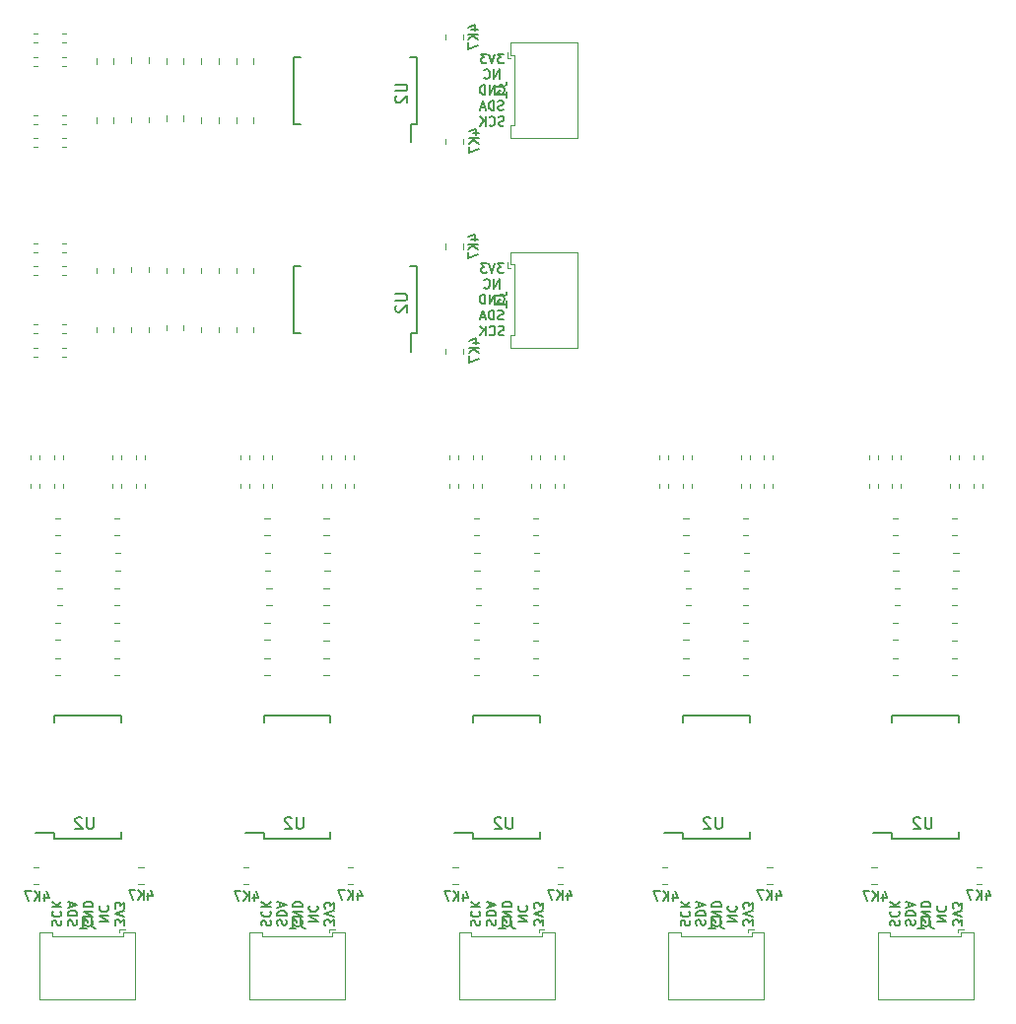
<source format=gbo>
%MOIN*%
%OFA0B0*%
%FSLAX46Y46*%
%IPPOS*%
%LPD*%
%ADD10C,0.005905511811023622*%
%ADD11C,0.0047244094488188976*%
%ADD22C,0.005905511811023622*%
%ADD23C,0.0047244094488188976*%
%ADD24C,0.005905511811023622*%
%ADD25C,0.0047244094488188976*%
%ADD26C,0.005905511811023622*%
%ADD27C,0.0047244094488188976*%
%ADD28C,0.005905511811023622*%
%ADD29C,0.0047244094488188976*%
%ADD30C,0.005905511811023622*%
%ADD31C,0.0047244094488188976*%
%ADD32C,0.005905511811023622*%
%ADD33C,0.0047244094488188976*%
G01*
D10*
X0000418822Y0000266122D02*
X0000418822Y0000285620D01*
X0000406824Y0000275121D01*
X0000406824Y0000279621D01*
X0000405324Y0000282620D01*
X0000403824Y0000284120D01*
X0000400824Y0000285620D01*
X0000393325Y0000285620D01*
X0000390326Y0000284120D01*
X0000388826Y0000282620D01*
X0000387326Y0000279621D01*
X0000387326Y0000270622D01*
X0000388826Y0000267622D01*
X0000390326Y0000266122D01*
X0000418822Y0000294619D02*
X0000387326Y0000305118D01*
X0000418822Y0000315616D01*
X0000418822Y0000323115D02*
X0000418822Y0000342613D01*
X0000406824Y0000332114D01*
X0000406824Y0000336614D01*
X0000405324Y0000339613D01*
X0000403824Y0000341113D01*
X0000400824Y0000342613D01*
X0000393325Y0000342613D01*
X0000390326Y0000341113D01*
X0000388826Y0000339613D01*
X0000387326Y0000336614D01*
X0000387326Y0000327615D01*
X0000388826Y0000324615D01*
X0000390326Y0000323115D01*
X0000334176Y0000280371D02*
X0000365672Y0000280371D01*
X0000334176Y0000298368D01*
X0000365672Y0000298368D01*
X0000337176Y0000331364D02*
X0000335676Y0000329865D01*
X0000334176Y0000325365D01*
X0000334176Y0000322365D01*
X0000335676Y0000317866D01*
X0000338676Y0000314866D01*
X0000341676Y0000313367D01*
X0000347675Y0000311867D01*
X0000352174Y0000311867D01*
X0000358173Y0000313367D01*
X0000361173Y0000314866D01*
X0000364173Y0000317866D01*
X0000365672Y0000322365D01*
X0000365672Y0000325365D01*
X0000364173Y0000329865D01*
X0000362673Y0000331364D01*
X0000311023Y0000281121D02*
X0000312523Y0000278121D01*
X0000312523Y0000273622D01*
X0000311023Y0000269122D01*
X0000308023Y0000266122D01*
X0000305024Y0000264623D01*
X0000299025Y0000263123D01*
X0000294525Y0000263123D01*
X0000288526Y0000264623D01*
X0000285526Y0000266122D01*
X0000282527Y0000269122D01*
X0000281027Y0000273622D01*
X0000281027Y0000276621D01*
X0000282527Y0000281121D01*
X0000284026Y0000282620D01*
X0000294525Y0000282620D01*
X0000294525Y0000276621D01*
X0000281027Y0000296119D02*
X0000312523Y0000296119D01*
X0000281027Y0000314117D01*
X0000312523Y0000314117D01*
X0000281027Y0000329115D02*
X0000312523Y0000329115D01*
X0000312523Y0000336614D01*
X0000311023Y0000341113D01*
X0000308023Y0000344113D01*
X0000305024Y0000345613D01*
X0000299025Y0000347112D01*
X0000294525Y0000347112D01*
X0000288526Y0000345613D01*
X0000285526Y0000344113D01*
X0000282527Y0000341113D01*
X0000281027Y0000336614D01*
X0000281027Y0000329115D01*
X0000229377Y0000266872D02*
X0000227877Y0000271372D01*
X0000227877Y0000278871D01*
X0000229377Y0000281871D01*
X0000230877Y0000283370D01*
X0000233876Y0000284870D01*
X0000236876Y0000284870D01*
X0000239876Y0000283370D01*
X0000241376Y0000281871D01*
X0000242875Y0000278871D01*
X0000244375Y0000272872D01*
X0000245875Y0000269872D01*
X0000247375Y0000268372D01*
X0000250374Y0000266872D01*
X0000253374Y0000266872D01*
X0000256374Y0000268372D01*
X0000257874Y0000269872D01*
X0000259373Y0000272872D01*
X0000259373Y0000280371D01*
X0000257874Y0000284870D01*
X0000227877Y0000298368D02*
X0000259373Y0000298368D01*
X0000259373Y0000305867D01*
X0000257874Y0000310367D01*
X0000254874Y0000313367D01*
X0000251874Y0000314866D01*
X0000245875Y0000316366D01*
X0000241376Y0000316366D01*
X0000235376Y0000314866D01*
X0000232377Y0000313367D01*
X0000229377Y0000310367D01*
X0000227877Y0000305867D01*
X0000227877Y0000298368D01*
X0000236876Y0000328365D02*
X0000236876Y0000343363D01*
X0000227877Y0000325365D02*
X0000259373Y0000335864D01*
X0000227877Y0000346362D01*
X0000176227Y0000264623D02*
X0000174728Y0000269122D01*
X0000174728Y0000276621D01*
X0000176227Y0000279621D01*
X0000177727Y0000281121D01*
X0000180727Y0000282620D01*
X0000183726Y0000282620D01*
X0000186726Y0000281121D01*
X0000188226Y0000279621D01*
X0000189726Y0000276621D01*
X0000191226Y0000270622D01*
X0000192725Y0000267622D01*
X0000194225Y0000266122D01*
X0000197225Y0000264623D01*
X0000200224Y0000264623D01*
X0000203224Y0000266122D01*
X0000204724Y0000267622D01*
X0000206224Y0000270622D01*
X0000206224Y0000278121D01*
X0000204724Y0000282620D01*
X0000177727Y0000314117D02*
X0000176227Y0000312617D01*
X0000174728Y0000308117D01*
X0000174728Y0000305118D01*
X0000176227Y0000300618D01*
X0000179227Y0000297619D01*
X0000182227Y0000296119D01*
X0000188226Y0000294619D01*
X0000192725Y0000294619D01*
X0000198725Y0000296119D01*
X0000201724Y0000297619D01*
X0000204724Y0000300618D01*
X0000206224Y0000305118D01*
X0000206224Y0000308117D01*
X0000204724Y0000312617D01*
X0000203224Y0000314117D01*
X0000174728Y0000327615D02*
X0000206224Y0000327615D01*
X0000174728Y0000345613D02*
X0000192725Y0000332114D01*
X0000206224Y0000345613D02*
X0000188226Y0000327615D01*
D11*
X0000133464Y0000017322D02*
X0000295275Y0000017322D01*
X0000133464Y0000242519D02*
X0000133464Y0000017322D01*
X0000175590Y0000242519D02*
X0000133464Y0000242519D01*
X0000175590Y0000230708D02*
X0000175590Y0000242519D01*
X0000295275Y0000230708D02*
X0000175590Y0000230708D01*
X0000457086Y0000017322D02*
X0000295275Y0000017322D01*
X0000457086Y0000242519D02*
X0000457086Y0000017322D01*
X0000414960Y0000242519D02*
X0000457086Y0000242519D01*
X0000414960Y0000230708D02*
X0000414960Y0000242519D01*
X0000295275Y0000230708D02*
X0000414960Y0000230708D01*
X0000403543Y0000253937D02*
X0000423228Y0000253937D01*
X0000403543Y0000242125D02*
X0000403543Y0000253937D01*
X0000112615Y0000462007D02*
X0000130494Y0000462007D01*
X0000112615Y0000404133D02*
X0000130494Y0000404133D01*
X0000484825Y0000404133D02*
X0000466946Y0000404133D01*
X0000484825Y0000462007D02*
X0000466946Y0000462007D01*
D10*
X0000182086Y0000558070D02*
X0000182086Y0000580708D01*
X0000408464Y0000558070D02*
X0000408464Y0000583661D01*
X0000408464Y0000977362D02*
X0000408464Y0000951771D01*
X0000182086Y0000977362D02*
X0000182086Y0000951771D01*
X0000182086Y0000558070D02*
X0000408464Y0000558070D01*
X0000182086Y0000977362D02*
X0000408464Y0000977362D01*
X0000182086Y0000580708D02*
X0000119094Y0000580708D01*
D11*
X0000487401Y0001745369D02*
X0000487401Y0001758567D01*
X0000457480Y0001745369D02*
X0000457480Y0001758567D01*
X0000211810Y0001745369D02*
X0000211810Y0001758567D01*
X0000181889Y0001745369D02*
X0000181889Y0001758567D01*
X0000408661Y0001843794D02*
X0000408661Y0001856992D01*
X0000378740Y0001843794D02*
X0000378740Y0001856992D01*
X0000211810Y0001843794D02*
X0000211810Y0001856992D01*
X0000181889Y0001843794D02*
X0000181889Y0001856992D01*
X0000384761Y0001112795D02*
X0000402640Y0001112795D01*
X0000384761Y0001170669D02*
X0000402640Y0001170669D01*
X0000202345Y0001170669D02*
X0000184465Y0001170669D01*
X0000202345Y0001112795D02*
X0000184465Y0001112795D01*
X0000384761Y0001230708D02*
X0000402640Y0001230708D01*
X0000384761Y0001288582D02*
X0000402640Y0001288582D01*
X0000202345Y0001288779D02*
X0000184465Y0001288779D01*
X0000202345Y0001230905D02*
X0000184465Y0001230905D01*
X0000384761Y0001349015D02*
X0000402640Y0001349015D01*
X0000384761Y0001406889D02*
X0000402640Y0001406889D01*
X0000209234Y0001406889D02*
X0000191355Y0001406889D01*
X0000209234Y0001349015D02*
X0000191355Y0001349015D01*
X0000388206Y0001467125D02*
X0000406085Y0001467125D01*
X0000388206Y0001525000D02*
X0000406085Y0001525000D01*
X0000203561Y0001524765D02*
X0000185682Y0001524765D01*
X0000203561Y0001466891D02*
X0000185682Y0001466891D01*
X0000384761Y0001585236D02*
X0000402640Y0001585236D01*
X0000384761Y0001643110D02*
X0000402640Y0001643110D01*
X0000202345Y0001643110D02*
X0000184465Y0001643110D01*
X0000202345Y0001585236D02*
X0000184465Y0001585236D01*
X0000408661Y0001745369D02*
X0000408661Y0001758567D01*
X0000378740Y0001745369D02*
X0000378740Y0001758567D01*
X0000133070Y0001745369D02*
X0000133070Y0001758567D01*
X0000103149Y0001745369D02*
X0000103149Y0001758567D01*
X0000487401Y0001843794D02*
X0000487401Y0001856992D01*
X0000457480Y0001843794D02*
X0000457480Y0001856992D01*
X0000133070Y0001843794D02*
X0000133070Y0001856992D01*
X0000103149Y0001843794D02*
X0000103149Y0001856992D01*
D10*
X0000308398Y0000295181D02*
X0000308398Y0000267060D01*
X0000310273Y0000261436D01*
X0000314023Y0000257686D01*
X0000319647Y0000255811D01*
X0000323397Y0000255811D01*
X0000269028Y0000255811D02*
X0000291526Y0000255811D01*
X0000280277Y0000255811D02*
X0000280277Y0000295181D01*
X0000284026Y0000289557D01*
X0000287776Y0000285807D01*
X0000291526Y0000283933D01*
X0000149746Y0000370922D02*
X0000149746Y0000349925D01*
X0000157245Y0000382920D02*
X0000164745Y0000360423D01*
X0000145247Y0000360423D01*
X0000133248Y0000349925D02*
X0000133248Y0000381421D01*
X0000115251Y0000349925D02*
X0000128749Y0000367922D01*
X0000115251Y0000381421D02*
X0000133248Y0000363423D01*
X0000104752Y0000381421D02*
X0000083755Y0000381421D01*
X0000097253Y0000349925D01*
X0000500632Y0000374859D02*
X0000500632Y0000353862D01*
X0000508131Y0000386857D02*
X0000515630Y0000364360D01*
X0000496133Y0000364360D01*
X0000484134Y0000353862D02*
X0000484134Y0000385358D01*
X0000466136Y0000353862D02*
X0000479635Y0000371859D01*
X0000466136Y0000385358D02*
X0000484134Y0000367360D01*
X0000455638Y0000385358D02*
X0000434640Y0000385358D01*
X0000448139Y0000353862D01*
X0000315429Y0000631796D02*
X0000315429Y0000599925D01*
X0000313554Y0000596175D01*
X0000311679Y0000594300D01*
X0000307930Y0000592425D01*
X0000300431Y0000592425D01*
X0000296681Y0000594300D01*
X0000294806Y0000596175D01*
X0000292932Y0000599925D01*
X0000292932Y0000631796D01*
X0000276059Y0000628046D02*
X0000274184Y0000629921D01*
X0000270434Y0000631796D01*
X0000261061Y0000631796D01*
X0000257311Y0000629921D01*
X0000255436Y0000628046D01*
X0000253562Y0000624296D01*
X0000253562Y0000620547D01*
X0000255436Y0000614923D01*
X0000277933Y0000592425D01*
X0000253562Y0000592425D01*
G04 next file*
G04 #@! TF.GenerationSoftware,KiCad,Pcbnew,(5.1.10)-1*
G04 #@! TF.CreationDate,2021-09-22T20:54:56-07:00*
G04 #@! TF.ProjectId,project,70726f6a-6563-4742-9e6b-696361645f70,rev?*
G04 #@! TF.SameCoordinates,Original*
G04 #@! TF.FileFunction,Legend,Bot*
G04 #@! TF.FilePolarity,Positive*
G04 Gerber Fmt 4.6, Leading zero omitted, Abs format (unit mm)*
G04 Created by KiCad (PCBNEW (5.1.10)-1) date 2021-09-22 20:54:56*
G01*
G04 APERTURE LIST*
G04 APERTURE END LIST*
D22*
X0001702380Y0002505436D02*
X0001682883Y0002505436D01*
X0001693382Y0002493438D01*
X0001688882Y0002493438D01*
X0001685882Y0002491938D01*
X0001684383Y0002490438D01*
X0001682883Y0002487439D01*
X0001682883Y0002479940D01*
X0001684383Y0002476940D01*
X0001685882Y0002475440D01*
X0001688882Y0002473940D01*
X0001697881Y0002473940D01*
X0001700881Y0002475440D01*
X0001702380Y0002476940D01*
X0001673884Y0002505436D02*
X0001663385Y0002473940D01*
X0001652887Y0002505436D01*
X0001645388Y0002505436D02*
X0001625890Y0002505436D01*
X0001636389Y0002493438D01*
X0001631889Y0002493438D01*
X0001628890Y0002491938D01*
X0001627390Y0002490438D01*
X0001625890Y0002487439D01*
X0001625890Y0002479940D01*
X0001627390Y0002476940D01*
X0001628890Y0002475440D01*
X0001631889Y0002473940D01*
X0001640888Y0002473940D01*
X0001643888Y0002475440D01*
X0001645388Y0002476940D01*
X0001688132Y0002420791D02*
X0001688132Y0002452287D01*
X0001670134Y0002420791D01*
X0001670134Y0002452287D01*
X0001637139Y0002423790D02*
X0001638638Y0002422290D01*
X0001643138Y0002420791D01*
X0001646137Y0002420791D01*
X0001650637Y0002422290D01*
X0001653637Y0002425290D01*
X0001655136Y0002428290D01*
X0001656636Y0002434289D01*
X0001656636Y0002438788D01*
X0001655136Y0002444788D01*
X0001653637Y0002447787D01*
X0001650637Y0002450787D01*
X0001646137Y0002452287D01*
X0001643138Y0002452287D01*
X0001638638Y0002450787D01*
X0001637139Y0002449287D01*
X0001687382Y0002397637D02*
X0001690382Y0002399137D01*
X0001694881Y0002399137D01*
X0001699381Y0002397637D01*
X0001702380Y0002394638D01*
X0001703880Y0002391638D01*
X0001705380Y0002385639D01*
X0001705380Y0002381139D01*
X0001703880Y0002375140D01*
X0001702380Y0002372140D01*
X0001699381Y0002369141D01*
X0001694881Y0002367641D01*
X0001691882Y0002367641D01*
X0001687382Y0002369141D01*
X0001685882Y0002370641D01*
X0001685882Y0002381139D01*
X0001691882Y0002381139D01*
X0001672384Y0002367641D02*
X0001672384Y0002399137D01*
X0001654386Y0002367641D01*
X0001654386Y0002399137D01*
X0001639388Y0002367641D02*
X0001639388Y0002399137D01*
X0001631889Y0002399137D01*
X0001627390Y0002397637D01*
X0001624390Y0002394638D01*
X0001622890Y0002391638D01*
X0001621391Y0002385639D01*
X0001621391Y0002381139D01*
X0001622890Y0002375140D01*
X0001624390Y0002372140D01*
X0001627390Y0002369141D01*
X0001631889Y0002367641D01*
X0001639388Y0002367641D01*
X0001701631Y0002315991D02*
X0001697131Y0002314491D01*
X0001689632Y0002314491D01*
X0001686632Y0002315991D01*
X0001685133Y0002317491D01*
X0001683633Y0002320491D01*
X0001683633Y0002323490D01*
X0001685133Y0002326490D01*
X0001686632Y0002327990D01*
X0001689632Y0002329490D01*
X0001695631Y0002330989D01*
X0001698631Y0002332489D01*
X0001700131Y0002333989D01*
X0001701631Y0002336989D01*
X0001701631Y0002339988D01*
X0001700131Y0002342988D01*
X0001698631Y0002344488D01*
X0001695631Y0002345987D01*
X0001688132Y0002345987D01*
X0001683633Y0002344488D01*
X0001670134Y0002314491D02*
X0001670134Y0002345987D01*
X0001662635Y0002345987D01*
X0001658136Y0002344488D01*
X0001655136Y0002341488D01*
X0001653637Y0002338488D01*
X0001652137Y0002332489D01*
X0001652137Y0002327990D01*
X0001653637Y0002321990D01*
X0001655136Y0002318991D01*
X0001658136Y0002315991D01*
X0001662635Y0002314491D01*
X0001670134Y0002314491D01*
X0001640138Y0002323490D02*
X0001625140Y0002323490D01*
X0001643138Y0002314491D02*
X0001632639Y0002345987D01*
X0001622140Y0002314491D01*
X0001703880Y0002262842D02*
X0001699381Y0002261342D01*
X0001691882Y0002261342D01*
X0001688882Y0002262842D01*
X0001687382Y0002264341D01*
X0001685882Y0002267341D01*
X0001685882Y0002270341D01*
X0001687382Y0002273340D01*
X0001688882Y0002274840D01*
X0001691882Y0002276340D01*
X0001697881Y0002277840D01*
X0001700881Y0002279340D01*
X0001702380Y0002280839D01*
X0001703880Y0002283839D01*
X0001703880Y0002286839D01*
X0001702380Y0002289838D01*
X0001700881Y0002291338D01*
X0001697881Y0002292838D01*
X0001690382Y0002292838D01*
X0001685882Y0002291338D01*
X0001654386Y0002264341D02*
X0001655886Y0002262842D01*
X0001660386Y0002261342D01*
X0001663385Y0002261342D01*
X0001667885Y0002262842D01*
X0001670884Y0002265841D01*
X0001672384Y0002268841D01*
X0001673884Y0002274840D01*
X0001673884Y0002279340D01*
X0001672384Y0002285339D01*
X0001670884Y0002288338D01*
X0001667885Y0002291338D01*
X0001663385Y0002292838D01*
X0001660386Y0002292838D01*
X0001655886Y0002291338D01*
X0001654386Y0002289838D01*
X0001640888Y0002261342D02*
X0001640888Y0002292838D01*
X0001622890Y0002261342D02*
X0001636389Y0002279340D01*
X0001622890Y0002292838D02*
X0001640888Y0002274840D01*
D23*
X0001951181Y0002220078D02*
X0001951181Y0002381889D01*
X0001725984Y0002220078D02*
X0001951181Y0002220078D01*
X0001725984Y0002262204D02*
X0001725984Y0002220078D01*
X0001737795Y0002262204D02*
X0001725984Y0002262204D01*
X0001737795Y0002381889D02*
X0001737795Y0002262204D01*
X0001951181Y0002543700D02*
X0001951181Y0002381889D01*
X0001725984Y0002543700D02*
X0001951181Y0002543700D01*
X0001725984Y0002501574D02*
X0001725984Y0002543700D01*
X0001737795Y0002501574D02*
X0001725984Y0002501574D01*
X0001737795Y0002381889D02*
X0001737795Y0002501574D01*
X0001714566Y0002490157D02*
X0001714566Y0002509842D01*
X0001726377Y0002490157D02*
X0001714566Y0002490157D01*
X0001506496Y0002199229D02*
X0001506496Y0002217108D01*
X0001564370Y0002199229D02*
X0001564370Y0002217108D01*
X0001564370Y0002571439D02*
X0001564370Y0002553560D01*
X0001506496Y0002571439D02*
X0001506496Y0002553560D01*
D22*
X0001410433Y0002268700D02*
X0001387795Y0002268700D01*
X0001410433Y0002495078D02*
X0001384842Y0002495078D01*
X0000991141Y0002495078D02*
X0001016732Y0002495078D01*
X0000991141Y0002268700D02*
X0001016732Y0002268700D01*
X0001410433Y0002268700D02*
X0001410433Y0002495078D01*
X0000991141Y0002268700D02*
X0000991141Y0002495078D01*
X0001387795Y0002268700D02*
X0001387795Y0002205708D01*
D23*
X0000223134Y0002574015D02*
X0000209936Y0002574015D01*
X0000223134Y0002544094D02*
X0000209936Y0002544094D01*
X0000223134Y0002298425D02*
X0000209936Y0002298425D01*
X0000223134Y0002268503D02*
X0000209936Y0002268503D01*
X0000124709Y0002495275D02*
X0000111510Y0002495275D01*
X0000124709Y0002465354D02*
X0000111510Y0002465354D01*
X0000124709Y0002298425D02*
X0000111510Y0002298425D01*
X0000124709Y0002268503D02*
X0000111510Y0002268503D01*
X0000855708Y0002471375D02*
X0000855708Y0002489254D01*
X0000797834Y0002471375D02*
X0000797834Y0002489254D01*
X0000797834Y0002288959D02*
X0000797834Y0002271080D01*
X0000855708Y0002288959D02*
X0000855708Y0002271080D01*
X0000737795Y0002471375D02*
X0000737795Y0002489254D01*
X0000679921Y0002471375D02*
X0000679921Y0002489254D01*
X0000679724Y0002288959D02*
X0000679724Y0002271080D01*
X0000737598Y0002288959D02*
X0000737598Y0002271080D01*
X0000619488Y0002471375D02*
X0000619488Y0002489254D01*
X0000561614Y0002471375D02*
X0000561614Y0002489254D01*
X0000561614Y0002295848D02*
X0000561614Y0002277969D01*
X0000619488Y0002295848D02*
X0000619488Y0002277969D01*
X0000501377Y0002474820D02*
X0000501377Y0002492699D01*
X0000443503Y0002474820D02*
X0000443503Y0002492699D01*
X0000443738Y0002290175D02*
X0000443738Y0002272296D01*
X0000501612Y0002290175D02*
X0000501612Y0002272296D01*
X0000383267Y0002471375D02*
X0000383267Y0002489254D01*
X0000325393Y0002471375D02*
X0000325393Y0002489254D01*
X0000325393Y0002288959D02*
X0000325393Y0002271080D01*
X0000383267Y0002288959D02*
X0000383267Y0002271080D01*
X0000223134Y0002495275D02*
X0000209936Y0002495275D01*
X0000223134Y0002465354D02*
X0000209936Y0002465354D01*
X0000223134Y0002219685D02*
X0000209936Y0002219685D01*
X0000223134Y0002189763D02*
X0000209936Y0002189763D01*
X0000124709Y0002574015D02*
X0000111510Y0002574015D01*
X0000124709Y0002544094D02*
X0000111510Y0002544094D01*
X0000124709Y0002219685D02*
X0000111510Y0002219685D01*
X0000124709Y0002189763D02*
X0000111510Y0002189763D01*
D22*
X0001673322Y0002395013D02*
X0001701443Y0002395013D01*
X0001707067Y0002396887D01*
X0001710817Y0002400637D01*
X0001712692Y0002406261D01*
X0001712692Y0002410011D01*
X0001712692Y0002355643D02*
X0001712692Y0002378140D01*
X0001712692Y0002366891D02*
X0001673322Y0002366891D01*
X0001678946Y0002370641D01*
X0001682695Y0002374390D01*
X0001684570Y0002378140D01*
X0001597581Y0002236361D02*
X0001618578Y0002236361D01*
X0001585583Y0002243860D02*
X0001608080Y0002251359D01*
X0001608080Y0002231861D01*
X0001618578Y0002219863D02*
X0001587082Y0002219863D01*
X0001618578Y0002201865D02*
X0001600581Y0002215363D01*
X0001587082Y0002201865D02*
X0001605080Y0002219863D01*
X0001587082Y0002191366D02*
X0001587082Y0002170369D01*
X0001618578Y0002183867D01*
X0001593644Y0002587246D02*
X0001614641Y0002587246D01*
X0001581646Y0002594745D02*
X0001604143Y0002602245D01*
X0001604143Y0002582747D01*
X0001614641Y0002570748D02*
X0001583145Y0002570748D01*
X0001614641Y0002552751D02*
X0001596644Y0002566249D01*
X0001583145Y0002552751D02*
X0001601143Y0002570748D01*
X0001583145Y0002542252D02*
X0001583145Y0002521255D01*
X0001614641Y0002534753D01*
X0001336707Y0002402043D02*
X0001368578Y0002402043D01*
X0001372328Y0002400168D01*
X0001374203Y0002398293D01*
X0001376077Y0002394544D01*
X0001376077Y0002387045D01*
X0001374203Y0002383295D01*
X0001372328Y0002381421D01*
X0001368578Y0002379546D01*
X0001336707Y0002379546D01*
X0001340457Y0002362673D02*
X0001338582Y0002360798D01*
X0001336707Y0002357049D01*
X0001336707Y0002347675D01*
X0001338582Y0002343925D01*
X0001340457Y0002342050D01*
X0001344206Y0002340176D01*
X0001347956Y0002340176D01*
X0001353580Y0002342050D01*
X0001376077Y0002364548D01*
X0001376077Y0002340176D01*
G04 next file*
G04 #@! TF.GenerationSoftware,KiCad,Pcbnew,(5.1.10)-1*
G04 #@! TF.CreationDate,2021-09-22T20:54:56-07:00*
G04 #@! TF.ProjectId,project,70726f6a-6563-4742-9e6b-696361645f70,rev?*
G04 #@! TF.SameCoordinates,Original*
G04 #@! TF.FileFunction,Legend,Bot*
G04 #@! TF.FilePolarity,Positive*
G04 Gerber Fmt 4.6, Leading zero omitted, Abs format (unit mm)*
G04 Created by KiCad (PCBNEW (5.1.10)-1) date 2021-09-22 20:54:56*
G01*
G04 APERTURE LIST*
G04 APERTURE END LIST*
D24*
X0001702380Y0003214098D02*
X0001682883Y0003214098D01*
X0001693382Y0003202099D01*
X0001688882Y0003202099D01*
X0001685882Y0003200599D01*
X0001684383Y0003199100D01*
X0001682883Y0003196100D01*
X0001682883Y0003188601D01*
X0001684383Y0003185601D01*
X0001685882Y0003184101D01*
X0001688882Y0003182602D01*
X0001697881Y0003182602D01*
X0001700881Y0003184101D01*
X0001702380Y0003185601D01*
X0001673884Y0003214098D02*
X0001663385Y0003182602D01*
X0001652887Y0003214098D01*
X0001645388Y0003214098D02*
X0001625890Y0003214098D01*
X0001636389Y0003202099D01*
X0001631889Y0003202099D01*
X0001628890Y0003200599D01*
X0001627390Y0003199100D01*
X0001625890Y0003196100D01*
X0001625890Y0003188601D01*
X0001627390Y0003185601D01*
X0001628890Y0003184101D01*
X0001631889Y0003182602D01*
X0001640888Y0003182602D01*
X0001643888Y0003184101D01*
X0001645388Y0003185601D01*
X0001688132Y0003129452D02*
X0001688132Y0003160948D01*
X0001670134Y0003129452D01*
X0001670134Y0003160948D01*
X0001637139Y0003132452D02*
X0001638638Y0003130952D01*
X0001643138Y0003129452D01*
X0001646137Y0003129452D01*
X0001650637Y0003130952D01*
X0001653637Y0003133951D01*
X0001655136Y0003136951D01*
X0001656636Y0003142950D01*
X0001656636Y0003147450D01*
X0001655136Y0003153449D01*
X0001653637Y0003156449D01*
X0001650637Y0003159448D01*
X0001646137Y0003160948D01*
X0001643138Y0003160948D01*
X0001638638Y0003159448D01*
X0001637139Y0003157948D01*
X0001687382Y0003106299D02*
X0001690382Y0003107799D01*
X0001694881Y0003107799D01*
X0001699381Y0003106299D01*
X0001702380Y0003103299D01*
X0001703880Y0003100299D01*
X0001705380Y0003094300D01*
X0001705380Y0003089801D01*
X0001703880Y0003083802D01*
X0001702380Y0003080802D01*
X0001699381Y0003077802D01*
X0001694881Y0003076302D01*
X0001691882Y0003076302D01*
X0001687382Y0003077802D01*
X0001685882Y0003079302D01*
X0001685882Y0003089801D01*
X0001691882Y0003089801D01*
X0001672384Y0003076302D02*
X0001672384Y0003107799D01*
X0001654386Y0003076302D01*
X0001654386Y0003107799D01*
X0001639388Y0003076302D02*
X0001639388Y0003107799D01*
X0001631889Y0003107799D01*
X0001627390Y0003106299D01*
X0001624390Y0003103299D01*
X0001622890Y0003100299D01*
X0001621391Y0003094300D01*
X0001621391Y0003089801D01*
X0001622890Y0003083802D01*
X0001624390Y0003080802D01*
X0001627390Y0003077802D01*
X0001631889Y0003076302D01*
X0001639388Y0003076302D01*
X0001701631Y0003024653D02*
X0001697131Y0003023153D01*
X0001689632Y0003023153D01*
X0001686632Y0003024653D01*
X0001685133Y0003026152D01*
X0001683633Y0003029152D01*
X0001683633Y0003032152D01*
X0001685133Y0003035151D01*
X0001686632Y0003036651D01*
X0001689632Y0003038151D01*
X0001695631Y0003039651D01*
X0001698631Y0003041151D01*
X0001700131Y0003042650D01*
X0001701631Y0003045650D01*
X0001701631Y0003048650D01*
X0001700131Y0003051649D01*
X0001698631Y0003053149D01*
X0001695631Y0003054649D01*
X0001688132Y0003054649D01*
X0001683633Y0003053149D01*
X0001670134Y0003023153D02*
X0001670134Y0003054649D01*
X0001662635Y0003054649D01*
X0001658136Y0003053149D01*
X0001655136Y0003050149D01*
X0001653637Y0003047150D01*
X0001652137Y0003041151D01*
X0001652137Y0003036651D01*
X0001653637Y0003030652D01*
X0001655136Y0003027652D01*
X0001658136Y0003024653D01*
X0001662635Y0003023153D01*
X0001670134Y0003023153D01*
X0001640138Y0003032152D02*
X0001625140Y0003032152D01*
X0001643138Y0003023153D02*
X0001632639Y0003054649D01*
X0001622140Y0003023153D01*
X0001703880Y0002971503D02*
X0001699381Y0002970003D01*
X0001691882Y0002970003D01*
X0001688882Y0002971503D01*
X0001687382Y0002973003D01*
X0001685882Y0002976002D01*
X0001685882Y0002979002D01*
X0001687382Y0002982002D01*
X0001688882Y0002983502D01*
X0001691882Y0002985001D01*
X0001697881Y0002986501D01*
X0001700881Y0002988001D01*
X0001702380Y0002989501D01*
X0001703880Y0002992500D01*
X0001703880Y0002995500D01*
X0001702380Y0002998500D01*
X0001700881Y0002999999D01*
X0001697881Y0003001499D01*
X0001690382Y0003001499D01*
X0001685882Y0002999999D01*
X0001654386Y0002973003D02*
X0001655886Y0002971503D01*
X0001660386Y0002970003D01*
X0001663385Y0002970003D01*
X0001667885Y0002971503D01*
X0001670884Y0002974503D01*
X0001672384Y0002977502D01*
X0001673884Y0002983502D01*
X0001673884Y0002988001D01*
X0001672384Y0002994000D01*
X0001670884Y0002997000D01*
X0001667885Y0002999999D01*
X0001663385Y0003001499D01*
X0001660386Y0003001499D01*
X0001655886Y0002999999D01*
X0001654386Y0002998500D01*
X0001640888Y0002970003D02*
X0001640888Y0003001499D01*
X0001622890Y0002970003D02*
X0001636389Y0002988001D01*
X0001622890Y0003001499D02*
X0001640888Y0002983502D01*
D25*
X0001951181Y0002928740D02*
X0001951181Y0003090551D01*
X0001725984Y0002928740D02*
X0001951181Y0002928740D01*
X0001725984Y0002970866D02*
X0001725984Y0002928740D01*
X0001737795Y0002970866D02*
X0001725984Y0002970866D01*
X0001737795Y0003090551D02*
X0001737795Y0002970866D01*
X0001951181Y0003252362D02*
X0001951181Y0003090551D01*
X0001725984Y0003252362D02*
X0001951181Y0003252362D01*
X0001725984Y0003210236D02*
X0001725984Y0003252362D01*
X0001737795Y0003210236D02*
X0001725984Y0003210236D01*
X0001737795Y0003090551D02*
X0001737795Y0003210236D01*
X0001714566Y0003198818D02*
X0001714566Y0003218503D01*
X0001726377Y0003198818D02*
X0001714566Y0003198818D01*
X0001506496Y0002907891D02*
X0001506496Y0002925770D01*
X0001564370Y0002907891D02*
X0001564370Y0002925770D01*
X0001564370Y0003280100D02*
X0001564370Y0003262221D01*
X0001506496Y0003280100D02*
X0001506496Y0003262221D01*
D24*
X0001410433Y0002977362D02*
X0001387795Y0002977362D01*
X0001410433Y0003203740D02*
X0001384842Y0003203740D01*
X0000991141Y0003203740D02*
X0001016732Y0003203740D01*
X0000991141Y0002977362D02*
X0001016732Y0002977362D01*
X0001410433Y0002977362D02*
X0001410433Y0003203740D01*
X0000991141Y0002977362D02*
X0000991141Y0003203740D01*
X0001387795Y0002977362D02*
X0001387795Y0002914370D01*
D25*
X0000223134Y0003282677D02*
X0000209936Y0003282677D01*
X0000223134Y0003252755D02*
X0000209936Y0003252755D01*
X0000223134Y0003007086D02*
X0000209936Y0003007086D01*
X0000223134Y0002977165D02*
X0000209936Y0002977165D01*
X0000124709Y0003203937D02*
X0000111510Y0003203937D01*
X0000124709Y0003174015D02*
X0000111510Y0003174015D01*
X0000124709Y0003007086D02*
X0000111510Y0003007086D01*
X0000124709Y0002977165D02*
X0000111510Y0002977165D01*
X0000855708Y0003180036D02*
X0000855708Y0003197915D01*
X0000797834Y0003180036D02*
X0000797834Y0003197915D01*
X0000797834Y0002997620D02*
X0000797834Y0002979741D01*
X0000855708Y0002997620D02*
X0000855708Y0002979741D01*
X0000737795Y0003180036D02*
X0000737795Y0003197915D01*
X0000679921Y0003180036D02*
X0000679921Y0003197915D01*
X0000679724Y0002997620D02*
X0000679724Y0002979741D01*
X0000737598Y0002997620D02*
X0000737598Y0002979741D01*
X0000619488Y0003180036D02*
X0000619488Y0003197915D01*
X0000561614Y0003180036D02*
X0000561614Y0003197915D01*
X0000561614Y0003004510D02*
X0000561614Y0002986631D01*
X0000619488Y0003004510D02*
X0000619488Y0002986631D01*
X0000501377Y0003183481D02*
X0000501377Y0003201360D01*
X0000443503Y0003183481D02*
X0000443503Y0003201360D01*
X0000443738Y0002998837D02*
X0000443738Y0002980958D01*
X0000501612Y0002998837D02*
X0000501612Y0002980958D01*
X0000383267Y0003180036D02*
X0000383267Y0003197915D01*
X0000325393Y0003180036D02*
X0000325393Y0003197915D01*
X0000325393Y0002997620D02*
X0000325393Y0002979741D01*
X0000383267Y0002997620D02*
X0000383267Y0002979741D01*
X0000223134Y0003203937D02*
X0000209936Y0003203937D01*
X0000223134Y0003174015D02*
X0000209936Y0003174015D01*
X0000223134Y0002928346D02*
X0000209936Y0002928346D01*
X0000223134Y0002898425D02*
X0000209936Y0002898425D01*
X0000124709Y0003282677D02*
X0000111510Y0003282677D01*
X0000124709Y0003252755D02*
X0000111510Y0003252755D01*
X0000124709Y0002928346D02*
X0000111510Y0002928346D01*
X0000124709Y0002898425D02*
X0000111510Y0002898425D01*
D24*
X0001673322Y0003103674D02*
X0001701443Y0003103674D01*
X0001707067Y0003105549D01*
X0001710817Y0003109298D01*
X0001712692Y0003114923D01*
X0001712692Y0003118672D01*
X0001712692Y0003064304D02*
X0001712692Y0003086801D01*
X0001712692Y0003075553D02*
X0001673322Y0003075553D01*
X0001678946Y0003079302D01*
X0001682695Y0003083052D01*
X0001684570Y0003086801D01*
X0001597581Y0002945022D02*
X0001618578Y0002945022D01*
X0001585583Y0002952521D02*
X0001608080Y0002960020D01*
X0001608080Y0002940523D01*
X0001618578Y0002928524D02*
X0001587082Y0002928524D01*
X0001618578Y0002910526D02*
X0001600581Y0002924025D01*
X0001587082Y0002910526D02*
X0001605080Y0002928524D01*
X0001587082Y0002900028D02*
X0001587082Y0002879030D01*
X0001618578Y0002892529D01*
X0001593644Y0003295908D02*
X0001614641Y0003295908D01*
X0001581646Y0003303407D02*
X0001604143Y0003310906D01*
X0001604143Y0003291408D01*
X0001614641Y0003279410D02*
X0001583145Y0003279410D01*
X0001614641Y0003261412D02*
X0001596644Y0003274910D01*
X0001583145Y0003261412D02*
X0001601143Y0003279410D01*
X0001583145Y0003250913D02*
X0001583145Y0003229916D01*
X0001614641Y0003243414D01*
X0001336707Y0003110704D02*
X0001368578Y0003110704D01*
X0001372328Y0003108830D01*
X0001374203Y0003106955D01*
X0001376077Y0003103205D01*
X0001376077Y0003095706D01*
X0001374203Y0003091957D01*
X0001372328Y0003090082D01*
X0001368578Y0003088207D01*
X0001336707Y0003088207D01*
X0001340457Y0003071334D02*
X0001338582Y0003069460D01*
X0001336707Y0003065710D01*
X0001336707Y0003056336D01*
X0001338582Y0003052587D01*
X0001340457Y0003050712D01*
X0001344206Y0003048837D01*
X0001347956Y0003048837D01*
X0001353580Y0003050712D01*
X0001376077Y0003073209D01*
X0001376077Y0003048837D01*
G04 next file*
G04 #@! TF.GenerationSoftware,KiCad,Pcbnew,(5.1.10)-1*
G04 #@! TF.CreationDate,2021-09-22T20:54:56-07:00*
G04 #@! TF.ProjectId,project,70726f6a-6563-4742-9e6b-696361645f70,rev?*
G04 #@! TF.SameCoordinates,Original*
G04 #@! TF.FileFunction,Legend,Bot*
G04 #@! TF.FilePolarity,Positive*
G04 Gerber Fmt 4.6, Leading zero omitted, Abs format (unit mm)*
G04 Created by KiCad (PCBNEW (5.1.10)-1) date 2021-09-22 20:54:56*
G01*
G04 APERTURE LIST*
G04 APERTURE END LIST*
D26*
X0001127484Y0000266122D02*
X0001127484Y0000285620D01*
X0001115485Y0000275121D01*
X0001115485Y0000279621D01*
X0001113985Y0000282620D01*
X0001112485Y0000284120D01*
X0001109486Y0000285620D01*
X0001101987Y0000285620D01*
X0001098987Y0000284120D01*
X0001097487Y0000282620D01*
X0001095987Y0000279621D01*
X0001095987Y0000270622D01*
X0001097487Y0000267622D01*
X0001098987Y0000266122D01*
X0001127484Y0000294619D02*
X0001095987Y0000305118D01*
X0001127484Y0000315616D01*
X0001127484Y0000323115D02*
X0001127484Y0000342613D01*
X0001115485Y0000332114D01*
X0001115485Y0000336614D01*
X0001113985Y0000339613D01*
X0001112485Y0000341113D01*
X0001109486Y0000342613D01*
X0001101987Y0000342613D01*
X0001098987Y0000341113D01*
X0001097487Y0000339613D01*
X0001095987Y0000336614D01*
X0001095987Y0000327615D01*
X0001097487Y0000324615D01*
X0001098987Y0000323115D01*
X0001042838Y0000280371D02*
X0001074334Y0000280371D01*
X0001042838Y0000298368D01*
X0001074334Y0000298368D01*
X0001045837Y0000331364D02*
X0001044338Y0000329865D01*
X0001042838Y0000325365D01*
X0001042838Y0000322365D01*
X0001044338Y0000317866D01*
X0001047337Y0000314866D01*
X0001050337Y0000313367D01*
X0001056336Y0000311867D01*
X0001060836Y0000311867D01*
X0001066835Y0000313367D01*
X0001069835Y0000314866D01*
X0001072834Y0000317866D01*
X0001074334Y0000322365D01*
X0001074334Y0000325365D01*
X0001072834Y0000329865D01*
X0001071334Y0000331364D01*
X0001019685Y0000281121D02*
X0001021184Y0000278121D01*
X0001021184Y0000273622D01*
X0001019685Y0000269122D01*
X0001016685Y0000266122D01*
X0001013685Y0000264623D01*
X0001007686Y0000263123D01*
X0001003187Y0000263123D01*
X0000997187Y0000264623D01*
X0000994188Y0000266122D01*
X0000991188Y0000269122D01*
X0000989688Y0000273622D01*
X0000989688Y0000276621D01*
X0000991188Y0000281121D01*
X0000992688Y0000282620D01*
X0001003187Y0000282620D01*
X0001003187Y0000276621D01*
X0000989688Y0000296119D02*
X0001021184Y0000296119D01*
X0000989688Y0000314117D01*
X0001021184Y0000314117D01*
X0000989688Y0000329115D02*
X0001021184Y0000329115D01*
X0001021184Y0000336614D01*
X0001019685Y0000341113D01*
X0001016685Y0000344113D01*
X0001013685Y0000345613D01*
X0001007686Y0000347112D01*
X0001003187Y0000347112D01*
X0000997187Y0000345613D01*
X0000994188Y0000344113D01*
X0000991188Y0000341113D01*
X0000989688Y0000336614D01*
X0000989688Y0000329115D01*
X0000938038Y0000266872D02*
X0000936539Y0000271372D01*
X0000936539Y0000278871D01*
X0000938038Y0000281871D01*
X0000939538Y0000283370D01*
X0000942538Y0000284870D01*
X0000945537Y0000284870D01*
X0000948537Y0000283370D01*
X0000950037Y0000281871D01*
X0000951537Y0000278871D01*
X0000953037Y0000272872D01*
X0000954536Y0000269872D01*
X0000956036Y0000268372D01*
X0000959036Y0000266872D01*
X0000962035Y0000266872D01*
X0000965035Y0000268372D01*
X0000966535Y0000269872D01*
X0000968035Y0000272872D01*
X0000968035Y0000280371D01*
X0000966535Y0000284870D01*
X0000936539Y0000298368D02*
X0000968035Y0000298368D01*
X0000968035Y0000305867D01*
X0000966535Y0000310367D01*
X0000963535Y0000313367D01*
X0000960536Y0000314866D01*
X0000954536Y0000316366D01*
X0000950037Y0000316366D01*
X0000944038Y0000314866D01*
X0000941038Y0000313367D01*
X0000938038Y0000310367D01*
X0000936539Y0000305867D01*
X0000936539Y0000298368D01*
X0000945537Y0000328365D02*
X0000945537Y0000343363D01*
X0000936539Y0000325365D02*
X0000968035Y0000335864D01*
X0000936539Y0000346362D01*
X0000884889Y0000264623D02*
X0000883389Y0000269122D01*
X0000883389Y0000276621D01*
X0000884889Y0000279621D01*
X0000886389Y0000281121D01*
X0000889388Y0000282620D01*
X0000892388Y0000282620D01*
X0000895388Y0000281121D01*
X0000896887Y0000279621D01*
X0000898387Y0000276621D01*
X0000899887Y0000270622D01*
X0000901387Y0000267622D01*
X0000902887Y0000266122D01*
X0000905886Y0000264623D01*
X0000908886Y0000264623D01*
X0000911885Y0000266122D01*
X0000913385Y0000267622D01*
X0000914885Y0000270622D01*
X0000914885Y0000278121D01*
X0000913385Y0000282620D01*
X0000886389Y0000314117D02*
X0000884889Y0000312617D01*
X0000883389Y0000308117D01*
X0000883389Y0000305118D01*
X0000884889Y0000300618D01*
X0000887888Y0000297619D01*
X0000890888Y0000296119D01*
X0000896887Y0000294619D01*
X0000901387Y0000294619D01*
X0000907386Y0000296119D01*
X0000910386Y0000297619D01*
X0000913385Y0000300618D01*
X0000914885Y0000305118D01*
X0000914885Y0000308117D01*
X0000913385Y0000312617D01*
X0000911885Y0000314117D01*
X0000883389Y0000327615D02*
X0000914885Y0000327615D01*
X0000883389Y0000345613D02*
X0000901387Y0000332114D01*
X0000914885Y0000345613D02*
X0000896887Y0000327615D01*
D27*
X0000842125Y0000017322D02*
X0001003937Y0000017322D01*
X0000842125Y0000242519D02*
X0000842125Y0000017322D01*
X0000884251Y0000242519D02*
X0000842125Y0000242519D01*
X0000884251Y0000230708D02*
X0000884251Y0000242519D01*
X0001003937Y0000230708D02*
X0000884251Y0000230708D01*
X0001165748Y0000017322D02*
X0001003937Y0000017322D01*
X0001165748Y0000242519D02*
X0001165748Y0000017322D01*
X0001123622Y0000242519D02*
X0001165748Y0000242519D01*
X0001123622Y0000230708D02*
X0001123622Y0000242519D01*
X0001003937Y0000230708D02*
X0001123622Y0000230708D01*
X0001112204Y0000253937D02*
X0001131889Y0000253937D01*
X0001112204Y0000242125D02*
X0001112204Y0000253937D01*
X0000821276Y0000462007D02*
X0000839156Y0000462007D01*
X0000821276Y0000404133D02*
X0000839156Y0000404133D01*
X0001193486Y0000404133D02*
X0001175607Y0000404133D01*
X0001193486Y0000462007D02*
X0001175607Y0000462007D01*
D26*
X0000890748Y0000558070D02*
X0000890748Y0000580708D01*
X0001117125Y0000558070D02*
X0001117125Y0000583661D01*
X0001117125Y0000977362D02*
X0001117125Y0000951771D01*
X0000890748Y0000977362D02*
X0000890748Y0000951771D01*
X0000890748Y0000558070D02*
X0001117125Y0000558070D01*
X0000890748Y0000977362D02*
X0001117125Y0000977362D01*
X0000890748Y0000580708D02*
X0000827755Y0000580708D01*
D27*
X0001196062Y0001745369D02*
X0001196062Y0001758567D01*
X0001166141Y0001745369D02*
X0001166141Y0001758567D01*
X0000920472Y0001745369D02*
X0000920472Y0001758567D01*
X0000890551Y0001745369D02*
X0000890551Y0001758567D01*
X0001117322Y0001843794D02*
X0001117322Y0001856992D01*
X0001087401Y0001843794D02*
X0001087401Y0001856992D01*
X0000920472Y0001843794D02*
X0000920472Y0001856992D01*
X0000890551Y0001843794D02*
X0000890551Y0001856992D01*
X0001093422Y0001112795D02*
X0001111301Y0001112795D01*
X0001093422Y0001170669D02*
X0001111301Y0001170669D01*
X0000911006Y0001170669D02*
X0000893127Y0001170669D01*
X0000911006Y0001112795D02*
X0000893127Y0001112795D01*
X0001093422Y0001230708D02*
X0001111301Y0001230708D01*
X0001093422Y0001288582D02*
X0001111301Y0001288582D01*
X0000911006Y0001288779D02*
X0000893127Y0001288779D01*
X0000911006Y0001230905D02*
X0000893127Y0001230905D01*
X0001093422Y0001349015D02*
X0001111301Y0001349015D01*
X0001093422Y0001406889D02*
X0001111301Y0001406889D01*
X0000917896Y0001406889D02*
X0000900017Y0001406889D01*
X0000917896Y0001349015D02*
X0000900017Y0001349015D01*
X0001096867Y0001467125D02*
X0001114746Y0001467125D01*
X0001096867Y0001525000D02*
X0001114746Y0001525000D01*
X0000912223Y0001524765D02*
X0000894343Y0001524765D01*
X0000912223Y0001466891D02*
X0000894343Y0001466891D01*
X0001093422Y0001585236D02*
X0001111301Y0001585236D01*
X0001093422Y0001643110D02*
X0001111301Y0001643110D01*
X0000911006Y0001643110D02*
X0000893127Y0001643110D01*
X0000911006Y0001585236D02*
X0000893127Y0001585236D01*
X0001117322Y0001745369D02*
X0001117322Y0001758567D01*
X0001087401Y0001745369D02*
X0001087401Y0001758567D01*
X0000841732Y0001745369D02*
X0000841732Y0001758567D01*
X0000811811Y0001745369D02*
X0000811811Y0001758567D01*
X0001196062Y0001843794D02*
X0001196062Y0001856992D01*
X0001166141Y0001843794D02*
X0001166141Y0001856992D01*
X0000841732Y0001843794D02*
X0000841732Y0001856992D01*
X0000811811Y0001843794D02*
X0000811811Y0001856992D01*
D26*
X0001017060Y0000295181D02*
X0001017060Y0000267060D01*
X0001018935Y0000261436D01*
X0001022684Y0000257686D01*
X0001028308Y0000255811D01*
X0001032058Y0000255811D01*
X0000977690Y0000255811D02*
X0001000187Y0000255811D01*
X0000988938Y0000255811D02*
X0000988938Y0000295181D01*
X0000992688Y0000289557D01*
X0000996437Y0000285807D01*
X0001000187Y0000283933D01*
X0000858408Y0000370922D02*
X0000858408Y0000349925D01*
X0000865907Y0000382920D02*
X0000873406Y0000360423D01*
X0000853908Y0000360423D01*
X0000841910Y0000349925D02*
X0000841910Y0000381421D01*
X0000823912Y0000349925D02*
X0000837410Y0000367922D01*
X0000823912Y0000381421D02*
X0000841910Y0000363423D01*
X0000813413Y0000381421D02*
X0000792416Y0000381421D01*
X0000805914Y0000349925D01*
X0001209294Y0000374859D02*
X0001209294Y0000353862D01*
X0001216793Y0000386857D02*
X0001224292Y0000364360D01*
X0001204794Y0000364360D01*
X0001192796Y0000353862D02*
X0001192796Y0000385358D01*
X0001174798Y0000353862D02*
X0001188296Y0000371859D01*
X0001174798Y0000385358D02*
X0001192796Y0000367360D01*
X0001164299Y0000385358D02*
X0001143302Y0000385358D01*
X0001156800Y0000353862D01*
X0001024090Y0000631796D02*
X0001024090Y0000599925D01*
X0001022215Y0000596175D01*
X0001020341Y0000594300D01*
X0001016591Y0000592425D01*
X0001009092Y0000592425D01*
X0001005343Y0000594300D01*
X0001003468Y0000596175D01*
X0001001593Y0000599925D01*
X0001001593Y0000631796D01*
X0000984720Y0000628046D02*
X0000982845Y0000629921D01*
X0000979096Y0000631796D01*
X0000969722Y0000631796D01*
X0000965972Y0000629921D01*
X0000964098Y0000628046D01*
X0000962223Y0000624296D01*
X0000962223Y0000620547D01*
X0000964098Y0000614923D01*
X0000986595Y0000592425D01*
X0000962223Y0000592425D01*
G04 next file*
G04 #@! TF.GenerationSoftware,KiCad,Pcbnew,(5.1.10)-1*
G04 #@! TF.CreationDate,2021-09-22T20:54:56-07:00*
G04 #@! TF.ProjectId,project,70726f6a-6563-4742-9e6b-696361645f70,rev?*
G04 #@! TF.SameCoordinates,Original*
G04 #@! TF.FileFunction,Legend,Bot*
G04 #@! TF.FilePolarity,Positive*
G04 Gerber Fmt 4.6, Leading zero omitted, Abs format (unit mm)*
G04 Created by KiCad (PCBNEW (5.1.10)-1) date 2021-09-22 20:54:56*
G01*
G04 APERTURE LIST*
G04 APERTURE END LIST*
D28*
X0001836145Y0000266122D02*
X0001836145Y0000285620D01*
X0001824146Y0000275121D01*
X0001824146Y0000279621D01*
X0001822647Y0000282620D01*
X0001821147Y0000284120D01*
X0001818147Y0000285620D01*
X0001810648Y0000285620D01*
X0001807649Y0000284120D01*
X0001806149Y0000282620D01*
X0001804649Y0000279621D01*
X0001804649Y0000270622D01*
X0001806149Y0000267622D01*
X0001807649Y0000266122D01*
X0001836145Y0000294619D02*
X0001804649Y0000305118D01*
X0001836145Y0000315616D01*
X0001836145Y0000323115D02*
X0001836145Y0000342613D01*
X0001824146Y0000332114D01*
X0001824146Y0000336614D01*
X0001822647Y0000339613D01*
X0001821147Y0000341113D01*
X0001818147Y0000342613D01*
X0001810648Y0000342613D01*
X0001807649Y0000341113D01*
X0001806149Y0000339613D01*
X0001804649Y0000336614D01*
X0001804649Y0000327615D01*
X0001806149Y0000324615D01*
X0001807649Y0000323115D01*
X0001751499Y0000280371D02*
X0001782995Y0000280371D01*
X0001751499Y0000298368D01*
X0001782995Y0000298368D01*
X0001754499Y0000331364D02*
X0001752999Y0000329865D01*
X0001751499Y0000325365D01*
X0001751499Y0000322365D01*
X0001752999Y0000317866D01*
X0001755999Y0000314866D01*
X0001758998Y0000313367D01*
X0001764998Y0000311867D01*
X0001769497Y0000311867D01*
X0001775496Y0000313367D01*
X0001778496Y0000314866D01*
X0001781496Y0000317866D01*
X0001782995Y0000322365D01*
X0001782995Y0000325365D01*
X0001781496Y0000329865D01*
X0001779996Y0000331364D01*
X0001728346Y0000281121D02*
X0001729846Y0000278121D01*
X0001729846Y0000273622D01*
X0001728346Y0000269122D01*
X0001725346Y0000266122D01*
X0001722347Y0000264623D01*
X0001716347Y0000263123D01*
X0001711848Y0000263123D01*
X0001705849Y0000264623D01*
X0001702849Y0000266122D01*
X0001699849Y0000269122D01*
X0001698350Y0000273622D01*
X0001698350Y0000276621D01*
X0001699849Y0000281121D01*
X0001701349Y0000282620D01*
X0001711848Y0000282620D01*
X0001711848Y0000276621D01*
X0001698350Y0000296119D02*
X0001729846Y0000296119D01*
X0001698350Y0000314117D01*
X0001729846Y0000314117D01*
X0001698350Y0000329115D02*
X0001729846Y0000329115D01*
X0001729846Y0000336614D01*
X0001728346Y0000341113D01*
X0001725346Y0000344113D01*
X0001722347Y0000345613D01*
X0001716347Y0000347112D01*
X0001711848Y0000347112D01*
X0001705849Y0000345613D01*
X0001702849Y0000344113D01*
X0001699849Y0000341113D01*
X0001698350Y0000336614D01*
X0001698350Y0000329115D01*
X0001646700Y0000266872D02*
X0001645200Y0000271372D01*
X0001645200Y0000278871D01*
X0001646700Y0000281871D01*
X0001648200Y0000283370D01*
X0001651199Y0000284870D01*
X0001654199Y0000284870D01*
X0001657199Y0000283370D01*
X0001658698Y0000281871D01*
X0001660198Y0000278871D01*
X0001661698Y0000272872D01*
X0001663198Y0000269872D01*
X0001664698Y0000268372D01*
X0001667697Y0000266872D01*
X0001670697Y0000266872D01*
X0001673696Y0000268372D01*
X0001675196Y0000269872D01*
X0001676696Y0000272872D01*
X0001676696Y0000280371D01*
X0001675196Y0000284870D01*
X0001645200Y0000298368D02*
X0001676696Y0000298368D01*
X0001676696Y0000305867D01*
X0001675196Y0000310367D01*
X0001672197Y0000313367D01*
X0001669197Y0000314866D01*
X0001663198Y0000316366D01*
X0001658698Y0000316366D01*
X0001652699Y0000314866D01*
X0001649699Y0000313367D01*
X0001646700Y0000310367D01*
X0001645200Y0000305867D01*
X0001645200Y0000298368D01*
X0001654199Y0000328365D02*
X0001654199Y0000343363D01*
X0001645200Y0000325365D02*
X0001676696Y0000335864D01*
X0001645200Y0000346362D01*
X0001593550Y0000264623D02*
X0001592050Y0000269122D01*
X0001592050Y0000276621D01*
X0001593550Y0000279621D01*
X0001595050Y0000281121D01*
X0001598050Y0000282620D01*
X0001601049Y0000282620D01*
X0001604049Y0000281121D01*
X0001605549Y0000279621D01*
X0001607049Y0000276621D01*
X0001608548Y0000270622D01*
X0001610048Y0000267622D01*
X0001611548Y0000266122D01*
X0001614548Y0000264623D01*
X0001617547Y0000264623D01*
X0001620547Y0000266122D01*
X0001622047Y0000267622D01*
X0001623547Y0000270622D01*
X0001623547Y0000278121D01*
X0001622047Y0000282620D01*
X0001595050Y0000314117D02*
X0001593550Y0000312617D01*
X0001592050Y0000308117D01*
X0001592050Y0000305118D01*
X0001593550Y0000300618D01*
X0001596550Y0000297619D01*
X0001599550Y0000296119D01*
X0001605549Y0000294619D01*
X0001610048Y0000294619D01*
X0001616047Y0000296119D01*
X0001619047Y0000297619D01*
X0001622047Y0000300618D01*
X0001623547Y0000305118D01*
X0001623547Y0000308117D01*
X0001622047Y0000312617D01*
X0001620547Y0000314117D01*
X0001592050Y0000327615D02*
X0001623547Y0000327615D01*
X0001592050Y0000345613D02*
X0001610048Y0000332114D01*
X0001623547Y0000345613D02*
X0001605549Y0000327615D01*
D29*
X0001550787Y0000017322D02*
X0001712598Y0000017322D01*
X0001550787Y0000242519D02*
X0001550787Y0000017322D01*
X0001592913Y0000242519D02*
X0001550787Y0000242519D01*
X0001592913Y0000230708D02*
X0001592913Y0000242519D01*
X0001712598Y0000230708D02*
X0001592913Y0000230708D01*
X0001874409Y0000017322D02*
X0001712598Y0000017322D01*
X0001874409Y0000242519D02*
X0001874409Y0000017322D01*
X0001832283Y0000242519D02*
X0001874409Y0000242519D01*
X0001832283Y0000230708D02*
X0001832283Y0000242519D01*
X0001712598Y0000230708D02*
X0001832283Y0000230708D01*
X0001820866Y0000253937D02*
X0001840551Y0000253937D01*
X0001820866Y0000242125D02*
X0001820866Y0000253937D01*
X0001529938Y0000462007D02*
X0001547817Y0000462007D01*
X0001529938Y0000404133D02*
X0001547817Y0000404133D01*
X0001902148Y0000404133D02*
X0001884269Y0000404133D01*
X0001902148Y0000462007D02*
X0001884269Y0000462007D01*
D28*
X0001599409Y0000558070D02*
X0001599409Y0000580708D01*
X0001825787Y0000558070D02*
X0001825787Y0000583661D01*
X0001825787Y0000977362D02*
X0001825787Y0000951771D01*
X0001599409Y0000977362D02*
X0001599409Y0000951771D01*
X0001599409Y0000558070D02*
X0001825787Y0000558070D01*
X0001599409Y0000977362D02*
X0001825787Y0000977362D01*
X0001599409Y0000580708D02*
X0001536417Y0000580708D01*
D29*
X0001904724Y0001745369D02*
X0001904724Y0001758567D01*
X0001874803Y0001745369D02*
X0001874803Y0001758567D01*
X0001629133Y0001745369D02*
X0001629133Y0001758567D01*
X0001599212Y0001745369D02*
X0001599212Y0001758567D01*
X0001825984Y0001843794D02*
X0001825984Y0001856992D01*
X0001796062Y0001843794D02*
X0001796062Y0001856992D01*
X0001629133Y0001843794D02*
X0001629133Y0001856992D01*
X0001599212Y0001843794D02*
X0001599212Y0001856992D01*
X0001802084Y0001112795D02*
X0001819963Y0001112795D01*
X0001802084Y0001170669D02*
X0001819963Y0001170669D01*
X0001619667Y0001170669D02*
X0001601788Y0001170669D01*
X0001619667Y0001112795D02*
X0001601788Y0001112795D01*
X0001802084Y0001230708D02*
X0001819963Y0001230708D01*
X0001802084Y0001288582D02*
X0001819963Y0001288582D01*
X0001619667Y0001288779D02*
X0001601788Y0001288779D01*
X0001619667Y0001230905D02*
X0001601788Y0001230905D01*
X0001802084Y0001349015D02*
X0001819963Y0001349015D01*
X0001802084Y0001406889D02*
X0001819963Y0001406889D01*
X0001626557Y0001406889D02*
X0001608678Y0001406889D01*
X0001626557Y0001349015D02*
X0001608678Y0001349015D01*
X0001805528Y0001467125D02*
X0001823407Y0001467125D01*
X0001805528Y0001525000D02*
X0001823407Y0001525000D01*
X0001620884Y0001524765D02*
X0001603005Y0001524765D01*
X0001620884Y0001466891D02*
X0001603005Y0001466891D01*
X0001802084Y0001585236D02*
X0001819963Y0001585236D01*
X0001802084Y0001643110D02*
X0001819963Y0001643110D01*
X0001619667Y0001643110D02*
X0001601788Y0001643110D01*
X0001619667Y0001585236D02*
X0001601788Y0001585236D01*
X0001825984Y0001745369D02*
X0001825984Y0001758567D01*
X0001796062Y0001745369D02*
X0001796062Y0001758567D01*
X0001550393Y0001745369D02*
X0001550393Y0001758567D01*
X0001520472Y0001745369D02*
X0001520472Y0001758567D01*
X0001904724Y0001843794D02*
X0001904724Y0001856992D01*
X0001874803Y0001843794D02*
X0001874803Y0001856992D01*
X0001550393Y0001843794D02*
X0001550393Y0001856992D01*
X0001520472Y0001843794D02*
X0001520472Y0001856992D01*
D28*
X0001725721Y0000295181D02*
X0001725721Y0000267060D01*
X0001727596Y0000261436D01*
X0001731346Y0000257686D01*
X0001736970Y0000255811D01*
X0001740719Y0000255811D01*
X0001686351Y0000255811D02*
X0001708848Y0000255811D01*
X0001697600Y0000255811D02*
X0001697600Y0000295181D01*
X0001701349Y0000289557D01*
X0001705099Y0000285807D01*
X0001708848Y0000283933D01*
X0001567069Y0000370922D02*
X0001567069Y0000349925D01*
X0001574568Y0000382920D02*
X0001582067Y0000360423D01*
X0001562570Y0000360423D01*
X0001550571Y0000349925D02*
X0001550571Y0000381421D01*
X0001532574Y0000349925D02*
X0001546072Y0000367922D01*
X0001532574Y0000381421D02*
X0001550571Y0000363423D01*
X0001522075Y0000381421D02*
X0001501077Y0000381421D01*
X0001514576Y0000349925D01*
X0001917955Y0000374859D02*
X0001917955Y0000353862D01*
X0001925454Y0000386857D02*
X0001932953Y0000364360D01*
X0001913456Y0000364360D01*
X0001901457Y0000353862D02*
X0001901457Y0000385358D01*
X0001883459Y0000353862D02*
X0001896958Y0000371859D01*
X0001883459Y0000385358D02*
X0001901457Y0000367360D01*
X0001872961Y0000385358D02*
X0001851963Y0000385358D01*
X0001865462Y0000353862D01*
X0001732752Y0000631796D02*
X0001732752Y0000599925D01*
X0001730877Y0000596175D01*
X0001729002Y0000594300D01*
X0001725253Y0000592425D01*
X0001717754Y0000592425D01*
X0001714004Y0000594300D01*
X0001712129Y0000596175D01*
X0001710254Y0000599925D01*
X0001710254Y0000631796D01*
X0001693382Y0000628046D02*
X0001691507Y0000629921D01*
X0001687757Y0000631796D01*
X0001678383Y0000631796D01*
X0001674634Y0000629921D01*
X0001672759Y0000628046D01*
X0001670884Y0000624296D01*
X0001670884Y0000620547D01*
X0001672759Y0000614923D01*
X0001695256Y0000592425D01*
X0001670884Y0000592425D01*
G04 next file*
G04 #@! TF.GenerationSoftware,KiCad,Pcbnew,(5.1.10)-1*
G04 #@! TF.CreationDate,2021-09-22T20:54:56-07:00*
G04 #@! TF.ProjectId,project,70726f6a-6563-4742-9e6b-696361645f70,rev?*
G04 #@! TF.SameCoordinates,Original*
G04 #@! TF.FileFunction,Legend,Bot*
G04 #@! TF.FilePolarity,Positive*
G04 Gerber Fmt 4.6, Leading zero omitted, Abs format (unit mm)*
G04 Created by KiCad (PCBNEW (5.1.10)-1) date 2021-09-22 20:54:56*
G01*
G04 APERTURE LIST*
G04 APERTURE END LIST*
D30*
X0002544806Y0000266122D02*
X0002544806Y0000285620D01*
X0002532808Y0000275121D01*
X0002532808Y0000279621D01*
X0002531308Y0000282620D01*
X0002529808Y0000284120D01*
X0002526809Y0000285620D01*
X0002519310Y0000285620D01*
X0002516310Y0000284120D01*
X0002514810Y0000282620D01*
X0002513310Y0000279621D01*
X0002513310Y0000270622D01*
X0002514810Y0000267622D01*
X0002516310Y0000266122D01*
X0002544806Y0000294619D02*
X0002513310Y0000305118D01*
X0002544806Y0000315616D01*
X0002544806Y0000323115D02*
X0002544806Y0000342613D01*
X0002532808Y0000332114D01*
X0002532808Y0000336614D01*
X0002531308Y0000339613D01*
X0002529808Y0000341113D01*
X0002526809Y0000342613D01*
X0002519310Y0000342613D01*
X0002516310Y0000341113D01*
X0002514810Y0000339613D01*
X0002513310Y0000336614D01*
X0002513310Y0000327615D01*
X0002514810Y0000324615D01*
X0002516310Y0000323115D01*
X0002460161Y0000280371D02*
X0002491657Y0000280371D01*
X0002460161Y0000298368D01*
X0002491657Y0000298368D01*
X0002463160Y0000331364D02*
X0002461661Y0000329865D01*
X0002460161Y0000325365D01*
X0002460161Y0000322365D01*
X0002461661Y0000317866D01*
X0002464660Y0000314866D01*
X0002467660Y0000313367D01*
X0002473659Y0000311867D01*
X0002478158Y0000311867D01*
X0002484158Y0000313367D01*
X0002487157Y0000314866D01*
X0002490157Y0000317866D01*
X0002491657Y0000322365D01*
X0002491657Y0000325365D01*
X0002490157Y0000329865D01*
X0002488657Y0000331364D01*
X0002437007Y0000281121D02*
X0002438507Y0000278121D01*
X0002438507Y0000273622D01*
X0002437007Y0000269122D01*
X0002434008Y0000266122D01*
X0002431008Y0000264623D01*
X0002425009Y0000263123D01*
X0002420509Y0000263123D01*
X0002414510Y0000264623D01*
X0002411510Y0000266122D01*
X0002408511Y0000269122D01*
X0002407011Y0000273622D01*
X0002407011Y0000276621D01*
X0002408511Y0000281121D01*
X0002410011Y0000282620D01*
X0002420509Y0000282620D01*
X0002420509Y0000276621D01*
X0002407011Y0000296119D02*
X0002438507Y0000296119D01*
X0002407011Y0000314117D01*
X0002438507Y0000314117D01*
X0002407011Y0000329115D02*
X0002438507Y0000329115D01*
X0002438507Y0000336614D01*
X0002437007Y0000341113D01*
X0002434008Y0000344113D01*
X0002431008Y0000345613D01*
X0002425009Y0000347112D01*
X0002420509Y0000347112D01*
X0002414510Y0000345613D01*
X0002411510Y0000344113D01*
X0002408511Y0000341113D01*
X0002407011Y0000336614D01*
X0002407011Y0000329115D01*
X0002355361Y0000266872D02*
X0002353862Y0000271372D01*
X0002353862Y0000278871D01*
X0002355361Y0000281871D01*
X0002356861Y0000283370D01*
X0002359861Y0000284870D01*
X0002362860Y0000284870D01*
X0002365860Y0000283370D01*
X0002367360Y0000281871D01*
X0002368860Y0000278871D01*
X0002370359Y0000272872D01*
X0002371859Y0000269872D01*
X0002373359Y0000268372D01*
X0002376359Y0000266872D01*
X0002379358Y0000266872D01*
X0002382358Y0000268372D01*
X0002383858Y0000269872D01*
X0002385358Y0000272872D01*
X0002385358Y0000280371D01*
X0002383858Y0000284870D01*
X0002353862Y0000298368D02*
X0002385358Y0000298368D01*
X0002385358Y0000305867D01*
X0002383858Y0000310367D01*
X0002380858Y0000313367D01*
X0002377858Y0000314866D01*
X0002371859Y0000316366D01*
X0002367360Y0000316366D01*
X0002361361Y0000314866D01*
X0002358361Y0000313367D01*
X0002355361Y0000310367D01*
X0002353862Y0000305867D01*
X0002353862Y0000298368D01*
X0002362860Y0000328365D02*
X0002362860Y0000343363D01*
X0002353862Y0000325365D02*
X0002385358Y0000335864D01*
X0002353862Y0000346362D01*
X0002302212Y0000264623D02*
X0002300712Y0000269122D01*
X0002300712Y0000276621D01*
X0002302212Y0000279621D01*
X0002303712Y0000281121D01*
X0002306711Y0000282620D01*
X0002309711Y0000282620D01*
X0002312710Y0000281121D01*
X0002314210Y0000279621D01*
X0002315710Y0000276621D01*
X0002317210Y0000270622D01*
X0002318710Y0000267622D01*
X0002320209Y0000266122D01*
X0002323209Y0000264623D01*
X0002326209Y0000264623D01*
X0002329208Y0000266122D01*
X0002330708Y0000267622D01*
X0002332208Y0000270622D01*
X0002332208Y0000278121D01*
X0002330708Y0000282620D01*
X0002303712Y0000314117D02*
X0002302212Y0000312617D01*
X0002300712Y0000308117D01*
X0002300712Y0000305118D01*
X0002302212Y0000300618D01*
X0002305211Y0000297619D01*
X0002308211Y0000296119D01*
X0002314210Y0000294619D01*
X0002318710Y0000294619D01*
X0002324709Y0000296119D01*
X0002327708Y0000297619D01*
X0002330708Y0000300618D01*
X0002332208Y0000305118D01*
X0002332208Y0000308117D01*
X0002330708Y0000312617D01*
X0002329208Y0000314117D01*
X0002300712Y0000327615D02*
X0002332208Y0000327615D01*
X0002300712Y0000345613D02*
X0002318710Y0000332114D01*
X0002332208Y0000345613D02*
X0002314210Y0000327615D01*
D31*
X0002259448Y0000017322D02*
X0002421259Y0000017322D01*
X0002259448Y0000242519D02*
X0002259448Y0000017322D01*
X0002301574Y0000242519D02*
X0002259448Y0000242519D01*
X0002301574Y0000230708D02*
X0002301574Y0000242519D01*
X0002421259Y0000230708D02*
X0002301574Y0000230708D01*
X0002583070Y0000017322D02*
X0002421259Y0000017322D01*
X0002583070Y0000242519D02*
X0002583070Y0000017322D01*
X0002540944Y0000242519D02*
X0002583070Y0000242519D01*
X0002540944Y0000230708D02*
X0002540944Y0000242519D01*
X0002421259Y0000230708D02*
X0002540944Y0000230708D01*
X0002529527Y0000253937D02*
X0002549212Y0000253937D01*
X0002529527Y0000242125D02*
X0002529527Y0000253937D01*
X0002238599Y0000462007D02*
X0002256478Y0000462007D01*
X0002238599Y0000404133D02*
X0002256478Y0000404133D01*
X0002610809Y0000404133D02*
X0002592930Y0000404133D01*
X0002610809Y0000462007D02*
X0002592930Y0000462007D01*
D30*
X0002308070Y0000558070D02*
X0002308070Y0000580708D01*
X0002534448Y0000558070D02*
X0002534448Y0000583661D01*
X0002534448Y0000977362D02*
X0002534448Y0000951771D01*
X0002308070Y0000977362D02*
X0002308070Y0000951771D01*
X0002308070Y0000558070D02*
X0002534448Y0000558070D01*
X0002308070Y0000977362D02*
X0002534448Y0000977362D01*
X0002308070Y0000580708D02*
X0002245078Y0000580708D01*
D31*
X0002613385Y0001745369D02*
X0002613385Y0001758567D01*
X0002583464Y0001745369D02*
X0002583464Y0001758567D01*
X0002337795Y0001745369D02*
X0002337795Y0001758567D01*
X0002307874Y0001745369D02*
X0002307874Y0001758567D01*
X0002534645Y0001843794D02*
X0002534645Y0001856992D01*
X0002504724Y0001843794D02*
X0002504724Y0001856992D01*
X0002337795Y0001843794D02*
X0002337795Y0001856992D01*
X0002307874Y0001843794D02*
X0002307874Y0001856992D01*
X0002510745Y0001112795D02*
X0002528624Y0001112795D01*
X0002510745Y0001170669D02*
X0002528624Y0001170669D01*
X0002328329Y0001170669D02*
X0002310450Y0001170669D01*
X0002328329Y0001112795D02*
X0002310450Y0001112795D01*
X0002510745Y0001230708D02*
X0002528624Y0001230708D01*
X0002510745Y0001288582D02*
X0002528624Y0001288582D01*
X0002328329Y0001288779D02*
X0002310450Y0001288779D01*
X0002328329Y0001230905D02*
X0002310450Y0001230905D01*
X0002510745Y0001349015D02*
X0002528624Y0001349015D01*
X0002510745Y0001406889D02*
X0002528624Y0001406889D01*
X0002335219Y0001406889D02*
X0002317339Y0001406889D01*
X0002335219Y0001349015D02*
X0002317339Y0001349015D01*
X0002514190Y0001467125D02*
X0002532069Y0001467125D01*
X0002514190Y0001525000D02*
X0002532069Y0001525000D01*
X0002329545Y0001524765D02*
X0002311666Y0001524765D01*
X0002329545Y0001466891D02*
X0002311666Y0001466891D01*
X0002510745Y0001585236D02*
X0002528624Y0001585236D01*
X0002510745Y0001643110D02*
X0002528624Y0001643110D01*
X0002328329Y0001643110D02*
X0002310450Y0001643110D01*
X0002328329Y0001585236D02*
X0002310450Y0001585236D01*
X0002534645Y0001745369D02*
X0002534645Y0001758567D01*
X0002504724Y0001745369D02*
X0002504724Y0001758567D01*
X0002259055Y0001745369D02*
X0002259055Y0001758567D01*
X0002229133Y0001745369D02*
X0002229133Y0001758567D01*
X0002613385Y0001843794D02*
X0002613385Y0001856992D01*
X0002583464Y0001843794D02*
X0002583464Y0001856992D01*
X0002259055Y0001843794D02*
X0002259055Y0001856992D01*
X0002229133Y0001843794D02*
X0002229133Y0001856992D01*
D30*
X0002434383Y0000295181D02*
X0002434383Y0000267060D01*
X0002436257Y0000261436D01*
X0002440007Y0000257686D01*
X0002445631Y0000255811D01*
X0002449381Y0000255811D01*
X0002395013Y0000255811D02*
X0002417510Y0000255811D01*
X0002406261Y0000255811D02*
X0002406261Y0000295181D01*
X0002410011Y0000289557D01*
X0002413760Y0000285807D01*
X0002417510Y0000283933D01*
X0002275731Y0000370922D02*
X0002275731Y0000349925D01*
X0002283230Y0000382920D02*
X0002290729Y0000360423D01*
X0002271231Y0000360423D01*
X0002259233Y0000349925D02*
X0002259233Y0000381421D01*
X0002241235Y0000349925D02*
X0002254733Y0000367922D01*
X0002241235Y0000381421D02*
X0002259233Y0000363423D01*
X0002230736Y0000381421D02*
X0002209739Y0000381421D01*
X0002223237Y0000349925D01*
X0002626616Y0000374859D02*
X0002626616Y0000353862D01*
X0002634115Y0000386857D02*
X0002641615Y0000364360D01*
X0002622117Y0000364360D01*
X0002610118Y0000353862D02*
X0002610118Y0000385358D01*
X0002592121Y0000353862D02*
X0002605619Y0000371859D01*
X0002592121Y0000385358D02*
X0002610118Y0000367360D01*
X0002581622Y0000385358D02*
X0002560625Y0000385358D01*
X0002574123Y0000353862D01*
X0002441413Y0000631796D02*
X0002441413Y0000599925D01*
X0002439538Y0000596175D01*
X0002437663Y0000594300D01*
X0002433914Y0000592425D01*
X0002426415Y0000592425D01*
X0002422665Y0000594300D01*
X0002420791Y0000596175D01*
X0002418916Y0000599925D01*
X0002418916Y0000631796D01*
X0002402043Y0000628046D02*
X0002400168Y0000629921D01*
X0002396419Y0000631796D01*
X0002387045Y0000631796D01*
X0002383295Y0000629921D01*
X0002381421Y0000628046D01*
X0002379546Y0000624296D01*
X0002379546Y0000620547D01*
X0002381421Y0000614923D01*
X0002403918Y0000592425D01*
X0002379546Y0000592425D01*
G04 next file*
G04 #@! TF.GenerationSoftware,KiCad,Pcbnew,(5.1.10)-1*
G04 #@! TF.CreationDate,2021-09-22T20:54:56-07:00*
G04 #@! TF.ProjectId,project,70726f6a-6563-4742-9e6b-696361645f70,rev?*
G04 #@! TF.SameCoordinates,Original*
G04 #@! TF.FileFunction,Legend,Bot*
G04 #@! TF.FilePolarity,Positive*
G04 Gerber Fmt 4.6, Leading zero omitted, Abs format (unit mm)*
G04 Created by KiCad (PCBNEW (5.1.10)-1) date 2021-09-22 20:54:56*
G01*
G04 APERTURE LIST*
G04 APERTURE END LIST*
D32*
X0003253468Y0000266122D02*
X0003253468Y0000285620D01*
X0003241469Y0000275121D01*
X0003241469Y0000279621D01*
X0003239970Y0000282620D01*
X0003238470Y0000284120D01*
X0003235470Y0000285620D01*
X0003227971Y0000285620D01*
X0003224971Y0000284120D01*
X0003223472Y0000282620D01*
X0003221972Y0000279621D01*
X0003221972Y0000270622D01*
X0003223472Y0000267622D01*
X0003224971Y0000266122D01*
X0003253468Y0000294619D02*
X0003221972Y0000305118D01*
X0003253468Y0000315616D01*
X0003253468Y0000323115D02*
X0003253468Y0000342613D01*
X0003241469Y0000332114D01*
X0003241469Y0000336614D01*
X0003239970Y0000339613D01*
X0003238470Y0000341113D01*
X0003235470Y0000342613D01*
X0003227971Y0000342613D01*
X0003224971Y0000341113D01*
X0003223472Y0000339613D01*
X0003221972Y0000336614D01*
X0003221972Y0000327615D01*
X0003223472Y0000324615D01*
X0003224971Y0000323115D01*
X0003168822Y0000280371D02*
X0003200318Y0000280371D01*
X0003168822Y0000298368D01*
X0003200318Y0000298368D01*
X0003171822Y0000331364D02*
X0003170322Y0000329865D01*
X0003168822Y0000325365D01*
X0003168822Y0000322365D01*
X0003170322Y0000317866D01*
X0003173322Y0000314866D01*
X0003176321Y0000313367D01*
X0003182320Y0000311867D01*
X0003186820Y0000311867D01*
X0003192819Y0000313367D01*
X0003195819Y0000314866D01*
X0003198818Y0000317866D01*
X0003200318Y0000322365D01*
X0003200318Y0000325365D01*
X0003198818Y0000329865D01*
X0003197319Y0000331364D01*
X0003145669Y0000281121D02*
X0003147169Y0000278121D01*
X0003147169Y0000273622D01*
X0003145669Y0000269122D01*
X0003142669Y0000266122D01*
X0003139670Y0000264623D01*
X0003133670Y0000263123D01*
X0003129171Y0000263123D01*
X0003123172Y0000264623D01*
X0003120172Y0000266122D01*
X0003117172Y0000269122D01*
X0003115673Y0000273622D01*
X0003115673Y0000276621D01*
X0003117172Y0000281121D01*
X0003118672Y0000282620D01*
X0003129171Y0000282620D01*
X0003129171Y0000276621D01*
X0003115673Y0000296119D02*
X0003147169Y0000296119D01*
X0003115673Y0000314117D01*
X0003147169Y0000314117D01*
X0003115673Y0000329115D02*
X0003147169Y0000329115D01*
X0003147169Y0000336614D01*
X0003145669Y0000341113D01*
X0003142669Y0000344113D01*
X0003139670Y0000345613D01*
X0003133670Y0000347112D01*
X0003129171Y0000347112D01*
X0003123172Y0000345613D01*
X0003120172Y0000344113D01*
X0003117172Y0000341113D01*
X0003115673Y0000336614D01*
X0003115673Y0000329115D01*
X0003064023Y0000266872D02*
X0003062523Y0000271372D01*
X0003062523Y0000278871D01*
X0003064023Y0000281871D01*
X0003065523Y0000283370D01*
X0003068522Y0000284870D01*
X0003071522Y0000284870D01*
X0003074521Y0000283370D01*
X0003076021Y0000281871D01*
X0003077521Y0000278871D01*
X0003079021Y0000272872D01*
X0003080521Y0000269872D01*
X0003082020Y0000268372D01*
X0003085020Y0000266872D01*
X0003088020Y0000266872D01*
X0003091019Y0000268372D01*
X0003092519Y0000269872D01*
X0003094019Y0000272872D01*
X0003094019Y0000280371D01*
X0003092519Y0000284870D01*
X0003062523Y0000298368D02*
X0003094019Y0000298368D01*
X0003094019Y0000305867D01*
X0003092519Y0000310367D01*
X0003089520Y0000313367D01*
X0003086520Y0000314866D01*
X0003080521Y0000316366D01*
X0003076021Y0000316366D01*
X0003070022Y0000314866D01*
X0003067022Y0000313367D01*
X0003064023Y0000310367D01*
X0003062523Y0000305867D01*
X0003062523Y0000298368D01*
X0003071522Y0000328365D02*
X0003071522Y0000343363D01*
X0003062523Y0000325365D02*
X0003094019Y0000335864D01*
X0003062523Y0000346362D01*
X0003010873Y0000264623D02*
X0003009373Y0000269122D01*
X0003009373Y0000276621D01*
X0003010873Y0000279621D01*
X0003012373Y0000281121D01*
X0003015373Y0000282620D01*
X0003018372Y0000282620D01*
X0003021372Y0000281121D01*
X0003022872Y0000279621D01*
X0003024371Y0000276621D01*
X0003025871Y0000270622D01*
X0003027371Y0000267622D01*
X0003028871Y0000266122D01*
X0003031870Y0000264623D01*
X0003034870Y0000264623D01*
X0003037870Y0000266122D01*
X0003039370Y0000267622D01*
X0003040869Y0000270622D01*
X0003040869Y0000278121D01*
X0003039370Y0000282620D01*
X0003012373Y0000314117D02*
X0003010873Y0000312617D01*
X0003009373Y0000308117D01*
X0003009373Y0000305118D01*
X0003010873Y0000300618D01*
X0003013873Y0000297619D01*
X0003016872Y0000296119D01*
X0003022872Y0000294619D01*
X0003027371Y0000294619D01*
X0003033370Y0000296119D01*
X0003036370Y0000297619D01*
X0003039370Y0000300618D01*
X0003040869Y0000305118D01*
X0003040869Y0000308117D01*
X0003039370Y0000312617D01*
X0003037870Y0000314117D01*
X0003009373Y0000327615D02*
X0003040869Y0000327615D01*
X0003009373Y0000345613D02*
X0003027371Y0000332114D01*
X0003040869Y0000345613D02*
X0003022872Y0000327615D01*
D33*
X0002968110Y0000017322D02*
X0003129921Y0000017322D01*
X0002968110Y0000242519D02*
X0002968110Y0000017322D01*
X0003010236Y0000242519D02*
X0002968110Y0000242519D01*
X0003010236Y0000230708D02*
X0003010236Y0000242519D01*
X0003129921Y0000230708D02*
X0003010236Y0000230708D01*
X0003291732Y0000017322D02*
X0003129921Y0000017322D01*
X0003291732Y0000242519D02*
X0003291732Y0000017322D01*
X0003249606Y0000242519D02*
X0003291732Y0000242519D01*
X0003249606Y0000230708D02*
X0003249606Y0000242519D01*
X0003129921Y0000230708D02*
X0003249606Y0000230708D01*
X0003238188Y0000253937D02*
X0003257874Y0000253937D01*
X0003238188Y0000242125D02*
X0003238188Y0000253937D01*
X0002947261Y0000462007D02*
X0002965140Y0000462007D01*
X0002947261Y0000404133D02*
X0002965140Y0000404133D01*
X0003319470Y0000404133D02*
X0003301591Y0000404133D01*
X0003319470Y0000462007D02*
X0003301591Y0000462007D01*
D32*
X0003016732Y0000558070D02*
X0003016732Y0000580708D01*
X0003243110Y0000558070D02*
X0003243110Y0000583661D01*
X0003243110Y0000977362D02*
X0003243110Y0000951771D01*
X0003016732Y0000977362D02*
X0003016732Y0000951771D01*
X0003016732Y0000558070D02*
X0003243110Y0000558070D01*
X0003016732Y0000977362D02*
X0003243110Y0000977362D01*
X0003016732Y0000580708D02*
X0002953740Y0000580708D01*
D33*
X0003322047Y0001745369D02*
X0003322047Y0001758567D01*
X0003292125Y0001745369D02*
X0003292125Y0001758567D01*
X0003046456Y0001745369D02*
X0003046456Y0001758567D01*
X0003016535Y0001745369D02*
X0003016535Y0001758567D01*
X0003243307Y0001843794D02*
X0003243307Y0001856992D01*
X0003213385Y0001843794D02*
X0003213385Y0001856992D01*
X0003046456Y0001843794D02*
X0003046456Y0001856992D01*
X0003016535Y0001843794D02*
X0003016535Y0001856992D01*
X0003219406Y0001112795D02*
X0003237285Y0001112795D01*
X0003219406Y0001170669D02*
X0003237285Y0001170669D01*
X0003036990Y0001170669D02*
X0003019111Y0001170669D01*
X0003036990Y0001112795D02*
X0003019111Y0001112795D01*
X0003219406Y0001230708D02*
X0003237285Y0001230708D01*
X0003219406Y0001288582D02*
X0003237285Y0001288582D01*
X0003036990Y0001288779D02*
X0003019111Y0001288779D01*
X0003036990Y0001230905D02*
X0003019111Y0001230905D01*
X0003219406Y0001349015D02*
X0003237285Y0001349015D01*
X0003219406Y0001406889D02*
X0003237285Y0001406889D01*
X0003043880Y0001406889D02*
X0003026001Y0001406889D01*
X0003043880Y0001349015D02*
X0003026001Y0001349015D01*
X0003222851Y0001467125D02*
X0003240730Y0001467125D01*
X0003222851Y0001525000D02*
X0003240730Y0001525000D01*
X0003038207Y0001524765D02*
X0003020328Y0001524765D01*
X0003038207Y0001466891D02*
X0003020328Y0001466891D01*
X0003219406Y0001585236D02*
X0003237285Y0001585236D01*
X0003219406Y0001643110D02*
X0003237285Y0001643110D01*
X0003036990Y0001643110D02*
X0003019111Y0001643110D01*
X0003036990Y0001585236D02*
X0003019111Y0001585236D01*
X0003243307Y0001745369D02*
X0003243307Y0001758567D01*
X0003213385Y0001745369D02*
X0003213385Y0001758567D01*
X0002967716Y0001745369D02*
X0002967716Y0001758567D01*
X0002937795Y0001745369D02*
X0002937795Y0001758567D01*
X0003322047Y0001843794D02*
X0003322047Y0001856992D01*
X0003292125Y0001843794D02*
X0003292125Y0001856992D01*
X0002967716Y0001843794D02*
X0002967716Y0001856992D01*
X0002937795Y0001843794D02*
X0002937795Y0001856992D01*
D32*
X0003143044Y0000295181D02*
X0003143044Y0000267060D01*
X0003144919Y0000261436D01*
X0003148668Y0000257686D01*
X0003154293Y0000255811D01*
X0003158042Y0000255811D01*
X0003103674Y0000255811D02*
X0003126171Y0000255811D01*
X0003114923Y0000255811D02*
X0003114923Y0000295181D01*
X0003118672Y0000289557D01*
X0003122422Y0000285807D01*
X0003126171Y0000283933D01*
X0002984392Y0000370922D02*
X0002984392Y0000349925D01*
X0002991891Y0000382920D02*
X0002999390Y0000360423D01*
X0002979893Y0000360423D01*
X0002967894Y0000349925D02*
X0002967894Y0000381421D01*
X0002949896Y0000349925D02*
X0002963395Y0000367922D01*
X0002949896Y0000381421D02*
X0002967894Y0000363423D01*
X0002939398Y0000381421D02*
X0002918400Y0000381421D01*
X0002931899Y0000349925D01*
X0003335278Y0000374859D02*
X0003335278Y0000353862D01*
X0003342777Y0000386857D02*
X0003350276Y0000364360D01*
X0003330778Y0000364360D01*
X0003318780Y0000353862D02*
X0003318780Y0000385358D01*
X0003300782Y0000353862D02*
X0003314281Y0000371859D01*
X0003300782Y0000385358D02*
X0003318780Y0000367360D01*
X0003290284Y0000385358D02*
X0003269286Y0000385358D01*
X0003282784Y0000353862D01*
X0003150074Y0000631796D02*
X0003150074Y0000599925D01*
X0003148200Y0000596175D01*
X0003146325Y0000594300D01*
X0003142575Y0000592425D01*
X0003135076Y0000592425D01*
X0003131327Y0000594300D01*
X0003129452Y0000596175D01*
X0003127577Y0000599925D01*
X0003127577Y0000631796D01*
X0003110704Y0000628046D02*
X0003108830Y0000629921D01*
X0003105080Y0000631796D01*
X0003095706Y0000631796D01*
X0003091957Y0000629921D01*
X0003090082Y0000628046D01*
X0003088207Y0000624296D01*
X0003088207Y0000620547D01*
X0003090082Y0000614923D01*
X0003112579Y0000592425D01*
X0003088207Y0000592425D01*
M02*
</source>
